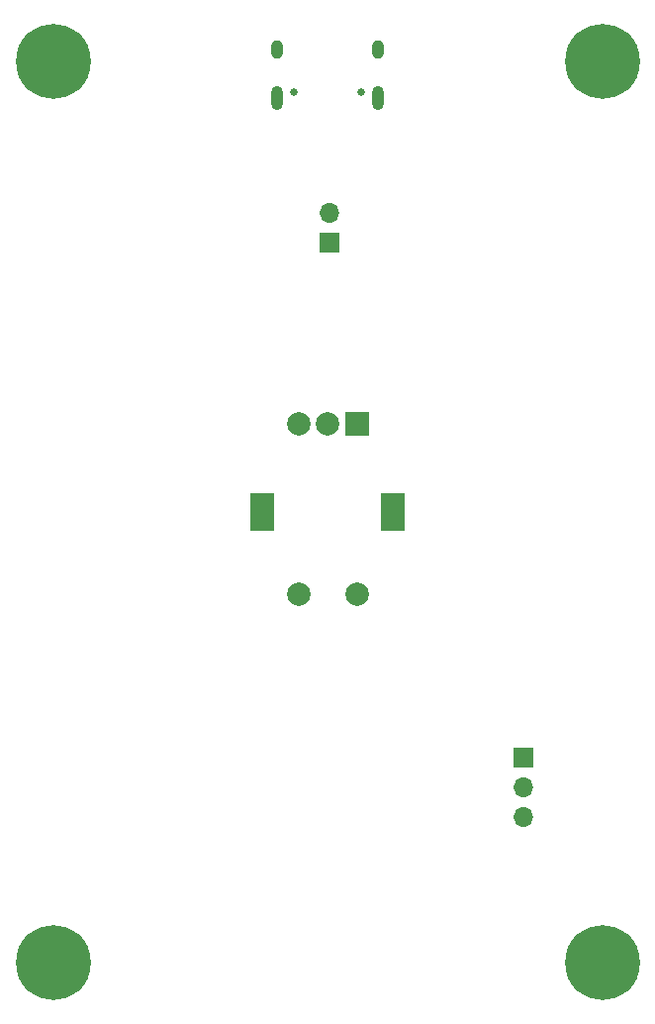
<source format=gbs>
%TF.GenerationSoftware,KiCad,Pcbnew,(6.0.5)*%
%TF.CreationDate,2024-07-23T11:02:46+02:00*%
%TF.ProjectId,USB_Knob,5553425f-4b6e-46f6-922e-6b696361645f,rev?*%
%TF.SameCoordinates,Original*%
%TF.FileFunction,Soldermask,Bot*%
%TF.FilePolarity,Negative*%
%FSLAX46Y46*%
G04 Gerber Fmt 4.6, Leading zero omitted, Abs format (unit mm)*
G04 Created by KiCad (PCBNEW (6.0.5)) date 2024-07-23 11:02:46*
%MOMM*%
%LPD*%
G01*
G04 APERTURE LIST*
%ADD10R,1.700000X1.700000*%
%ADD11O,1.700000X1.700000*%
%ADD12C,6.400000*%
%ADD13C,0.650000*%
%ADD14O,1.000000X2.100000*%
%ADD15O,1.000000X1.600000*%
%ADD16R,2.000000X2.000000*%
%ADD17C,2.000000*%
%ADD18R,2.000000X3.200000*%
G04 APERTURE END LIST*
D10*
%TO.C,J3*%
X149625000Y-80525000D03*
D11*
X149625000Y-77985000D03*
%TD*%
D10*
%TO.C,J2*%
X166250000Y-124500000D03*
D11*
X166250000Y-127040000D03*
X166250000Y-129580000D03*
%TD*%
D12*
%TO.C,H2*%
X173000000Y-65000000D03*
%TD*%
%TO.C,H1*%
X126000000Y-65000000D03*
%TD*%
%TO.C,H4*%
X173000000Y-142000000D03*
%TD*%
D13*
%TO.C,J1*%
X146610000Y-67600000D03*
X152390000Y-67600000D03*
D14*
X153820000Y-68130000D03*
D15*
X153820000Y-63950000D03*
X145180000Y-63950000D03*
D14*
X145180000Y-68130000D03*
%TD*%
D12*
%TO.C,H3*%
X126000000Y-142000000D03*
%TD*%
D16*
%TO.C,SW1*%
X152000000Y-96000000D03*
D17*
X147000000Y-96000000D03*
X149500000Y-96000000D03*
D18*
X155100000Y-103500000D03*
X143900000Y-103500000D03*
D17*
X147000000Y-110500000D03*
X152000000Y-110500000D03*
%TD*%
M02*

</source>
